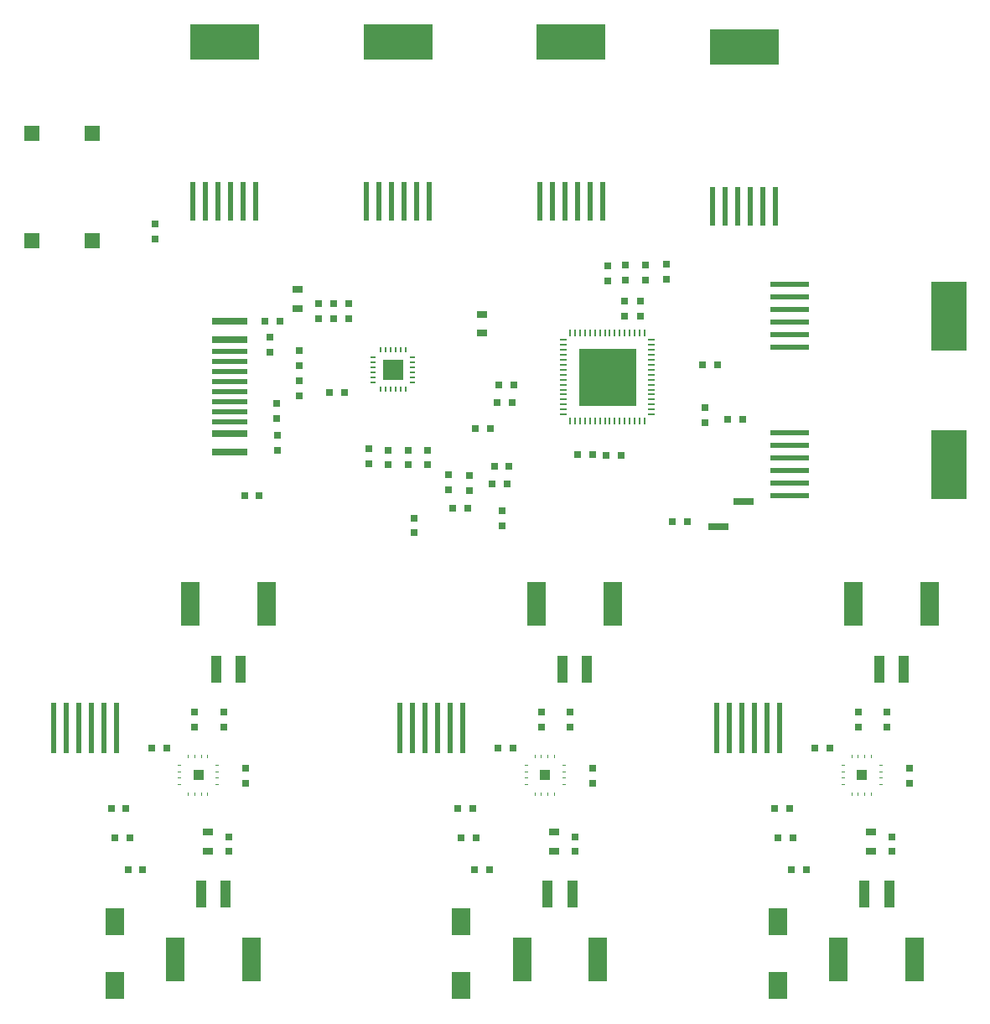
<source format=gtp>
G04 (created by PCBNEW (2013-07-07 BZR 4022)-stable) date 7/17/2014 12:13:15 PM*
%MOIN*%
G04 Gerber Fmt 3.4, Leading zero omitted, Abs format*
%FSLAX34Y34*%
G01*
G70*
G90*
G04 APERTURE LIST*
%ADD10C,0.00590551*%
%ADD11R,0.144882X0.0255118*%
%ADD12R,0.144882X0.0192126*%
%ADD13R,0.00787402X0.0267717*%
%ADD14R,0.0267717X0.00787402*%
%ADD15R,0.225197X0.225197*%
%ADD16R,0.06296X0.06296*%
%ADD17R,0.03152X0.02832*%
%ADD18R,0.07872X0.07872*%
%ADD19O,0.00784X0.0252*%
%ADD20O,0.0252X0.00784*%
%ADD21R,0.02832X0.03152*%
%ADD22R,0.044X0.028*%
%ADD23R,0.0314961X0.0251968*%
%ADD24R,0.08X0.0312*%
%ADD25R,0.15748X0.023937*%
%ADD26R,0.141732X0.277165*%
%ADD27R,0.023937X0.15748*%
%ADD28R,0.277165X0.141732*%
%ADD29R,0.0417323X0.0417323*%
%ADD30R,0.015748X0.000393701*%
%ADD31R,0.000393701X0.015748*%
%ADD32R,0.023937X0.2*%
%ADD33R,0.0724409X0.176378*%
%ADD34R,0.0440945X0.107087*%
%ADD35R,0.0756X0.11024*%
G04 APERTURE END LIST*
G54D10*
G54D11*
X43523Y-33291D03*
X43523Y-34015D03*
G54D12*
X43523Y-34488D03*
X43523Y-34889D03*
X43523Y-35692D03*
X43523Y-37291D03*
X43523Y-36488D03*
G54D11*
X43523Y-38488D03*
X43523Y-37763D03*
G54D12*
X43523Y-36090D03*
X43523Y-36889D03*
X43523Y-35291D03*
G54D13*
X59807Y-37259D03*
X60003Y-37259D03*
X58625Y-37259D03*
X58822Y-37259D03*
X59216Y-37259D03*
X59019Y-37259D03*
X59610Y-37259D03*
X59413Y-37259D03*
X57838Y-37259D03*
X58035Y-37259D03*
X58429Y-37259D03*
X58232Y-37259D03*
X57444Y-37259D03*
X57641Y-37259D03*
X57248Y-37259D03*
X57051Y-37259D03*
G54D14*
X56775Y-36984D03*
X56775Y-36787D03*
X56775Y-36393D03*
X56775Y-36590D03*
X56775Y-35803D03*
X56775Y-35606D03*
X56775Y-36000D03*
X56775Y-36196D03*
X56775Y-34622D03*
X56775Y-34425D03*
X56775Y-35015D03*
X56775Y-34818D03*
X56775Y-35212D03*
X56775Y-35409D03*
X56775Y-34031D03*
X56775Y-34228D03*
G54D13*
X57051Y-33755D03*
X57248Y-33755D03*
X57641Y-33755D03*
X57444Y-33755D03*
X58232Y-33755D03*
X58429Y-33755D03*
X58035Y-33755D03*
X57838Y-33755D03*
X59413Y-33755D03*
X59610Y-33755D03*
X59019Y-33755D03*
X59216Y-33755D03*
X58822Y-33755D03*
X58625Y-33755D03*
X60003Y-33755D03*
X59807Y-33755D03*
G54D14*
X60279Y-34228D03*
X60279Y-34031D03*
X60279Y-35409D03*
X60279Y-35212D03*
X60279Y-34818D03*
X60279Y-35007D03*
X60279Y-34425D03*
X60279Y-34622D03*
X60279Y-36196D03*
X60279Y-36000D03*
X60279Y-35606D03*
X60279Y-35803D03*
X60279Y-36590D03*
X60279Y-36393D03*
X60279Y-36787D03*
X60279Y-36984D03*
G54D15*
X58527Y-35507D03*
G54D16*
X35629Y-25822D03*
X38031Y-25822D03*
X35629Y-30084D03*
X38031Y-30084D03*
G54D17*
X50846Y-41693D03*
X50846Y-41101D03*
X47047Y-32578D03*
X47047Y-33170D03*
X52224Y-39981D03*
X52224Y-39389D03*
G54D18*
X50003Y-35208D03*
G54D19*
X49511Y-35995D03*
X49708Y-35995D03*
X49905Y-35995D03*
X50101Y-35995D03*
X50298Y-35995D03*
X50495Y-35995D03*
G54D20*
X50790Y-35700D03*
X50790Y-35503D03*
X50790Y-35306D03*
X50790Y-35110D03*
X50790Y-34913D03*
X50790Y-34716D03*
G54D19*
X50495Y-34421D03*
X50298Y-34421D03*
X50101Y-34421D03*
X49905Y-34421D03*
X49708Y-34421D03*
X49511Y-34421D03*
G54D20*
X49216Y-34716D03*
X49216Y-34913D03*
X49216Y-35110D03*
X49216Y-35306D03*
X49216Y-35503D03*
X49216Y-35700D03*
G54D21*
X47491Y-36114D03*
X48083Y-36114D03*
G54D22*
X46220Y-32026D03*
X46220Y-32776D03*
G54D17*
X53031Y-40000D03*
X53031Y-39408D03*
X51377Y-38996D03*
X51377Y-38404D03*
X49035Y-38957D03*
X49035Y-38365D03*
X48228Y-32578D03*
X48228Y-33170D03*
X47637Y-32578D03*
X47637Y-33170D03*
X62401Y-36711D03*
X62401Y-37303D03*
X54350Y-41418D03*
X54350Y-40826D03*
G54D21*
X62894Y-35000D03*
X62302Y-35000D03*
G54D17*
X59842Y-32499D03*
X59842Y-33091D03*
X58533Y-31081D03*
X58533Y-31673D03*
X60866Y-31614D03*
X60866Y-31022D03*
X59212Y-32499D03*
X59212Y-33091D03*
G54D21*
X54626Y-39035D03*
X54034Y-39035D03*
X54528Y-39763D03*
X53936Y-39763D03*
X52973Y-40708D03*
X52381Y-40708D03*
X54803Y-35826D03*
X54211Y-35826D03*
X54744Y-36515D03*
X54152Y-36515D03*
X53878Y-37539D03*
X53286Y-37539D03*
G54D17*
X46283Y-35051D03*
X46283Y-34459D03*
X46291Y-35664D03*
X46291Y-36256D03*
X45385Y-37134D03*
X45385Y-36542D03*
X45405Y-37822D03*
X45405Y-38414D03*
G54D21*
X44693Y-40208D03*
X44101Y-40208D03*
X57341Y-38582D03*
X57933Y-38582D03*
X45516Y-33295D03*
X44924Y-33295D03*
G54D17*
X45106Y-34512D03*
X45106Y-33920D03*
G54D21*
X58483Y-38622D03*
X59075Y-38622D03*
G54D17*
X40551Y-30020D03*
X40551Y-29428D03*
G54D23*
X50610Y-38405D03*
X49822Y-38405D03*
X50610Y-38996D03*
X49822Y-38996D03*
X59251Y-31633D03*
X60039Y-31633D03*
X59251Y-31043D03*
X60039Y-31043D03*
G54D21*
X61121Y-41259D03*
X61713Y-41259D03*
G54D22*
X53543Y-33760D03*
X53543Y-33010D03*
G54D21*
X63306Y-37185D03*
X63898Y-37185D03*
G54D24*
X63944Y-40464D03*
X62944Y-41464D03*
G54D25*
X65787Y-37726D03*
X65787Y-38726D03*
X65787Y-39726D03*
X65787Y-39226D03*
X65787Y-40226D03*
X65787Y-38226D03*
G54D26*
X72106Y-38976D03*
G54D25*
X65787Y-31820D03*
X65787Y-32820D03*
X65787Y-33820D03*
X65787Y-33320D03*
X65787Y-34320D03*
X65787Y-32320D03*
G54D26*
X72106Y-33070D03*
G54D27*
X48946Y-28503D03*
X49946Y-28503D03*
X50946Y-28503D03*
X50446Y-28503D03*
X51446Y-28503D03*
X49446Y-28503D03*
G54D28*
X50196Y-22185D03*
G54D27*
X42057Y-28503D03*
X43057Y-28503D03*
X44057Y-28503D03*
X43557Y-28503D03*
X44557Y-28503D03*
X42557Y-28503D03*
G54D28*
X43307Y-22185D03*
G54D27*
X62726Y-28700D03*
X63726Y-28700D03*
X64726Y-28700D03*
X64226Y-28700D03*
X65226Y-28700D03*
X63226Y-28700D03*
G54D28*
X63976Y-22381D03*
G54D27*
X55836Y-28503D03*
X56836Y-28503D03*
X57836Y-28503D03*
X57336Y-28503D03*
X58336Y-28503D03*
X56336Y-28503D03*
G54D28*
X57086Y-22185D03*
G54D21*
X40994Y-50246D03*
X40402Y-50246D03*
X38796Y-52663D03*
X39388Y-52663D03*
X40057Y-55088D03*
X39465Y-55088D03*
G54D17*
X44153Y-51644D03*
X44153Y-51052D03*
G54D21*
X39534Y-53816D03*
X38942Y-53816D03*
G54D17*
X42125Y-49410D03*
X42125Y-48818D03*
X43267Y-49400D03*
X43267Y-48808D03*
X43464Y-54360D03*
X43464Y-53768D03*
G54D29*
X42273Y-51328D03*
G54D30*
X41525Y-50944D03*
X41525Y-51200D03*
X41525Y-51456D03*
X41525Y-51712D03*
G54D31*
X41889Y-52076D03*
X42145Y-52076D03*
X42401Y-52076D03*
X42657Y-52076D03*
G54D30*
X43021Y-51712D03*
X43021Y-51456D03*
X43021Y-51200D03*
X43021Y-50944D03*
G54D31*
X42657Y-50580D03*
X42401Y-50580D03*
X42145Y-50580D03*
X41889Y-50580D03*
G54D32*
X38996Y-49448D03*
X37996Y-49448D03*
X36996Y-49448D03*
X37496Y-49448D03*
X36496Y-49448D03*
X38496Y-49448D03*
G54D22*
X42637Y-53591D03*
X42637Y-54341D03*
G54D33*
X41938Y-44517D03*
G54D34*
X43946Y-47116D03*
X42962Y-47116D03*
G54D33*
X44970Y-44517D03*
X44379Y-58651D03*
G54D34*
X42372Y-56053D03*
X43356Y-56053D03*
G54D33*
X41348Y-58651D03*
G54D35*
X38927Y-57135D03*
X38927Y-59695D03*
G54D21*
X54774Y-50246D03*
X54182Y-50246D03*
X52576Y-52663D03*
X53168Y-52663D03*
X53837Y-55088D03*
X53245Y-55088D03*
G54D17*
X57933Y-51644D03*
X57933Y-51052D03*
G54D21*
X53313Y-53816D03*
X52721Y-53816D03*
G54D17*
X55905Y-49410D03*
X55905Y-48818D03*
X57047Y-49400D03*
X57047Y-48808D03*
X57244Y-54360D03*
X57244Y-53768D03*
G54D29*
X56053Y-51328D03*
G54D30*
X55305Y-50944D03*
X55305Y-51200D03*
X55305Y-51456D03*
X55305Y-51712D03*
G54D31*
X55669Y-52076D03*
X55925Y-52076D03*
X56181Y-52076D03*
X56437Y-52076D03*
G54D30*
X56801Y-51712D03*
X56801Y-51456D03*
X56801Y-51200D03*
X56801Y-50944D03*
G54D31*
X56437Y-50580D03*
X56181Y-50580D03*
X55925Y-50580D03*
X55669Y-50580D03*
G54D32*
X52775Y-49448D03*
X51775Y-49448D03*
X50775Y-49448D03*
X51275Y-49448D03*
X50275Y-49448D03*
X52275Y-49448D03*
G54D22*
X56417Y-53591D03*
X56417Y-54341D03*
G54D33*
X55718Y-44517D03*
G54D34*
X57726Y-47116D03*
X56742Y-47116D03*
G54D33*
X58750Y-44517D03*
X58159Y-58651D03*
G54D34*
X56151Y-56053D03*
X57135Y-56053D03*
G54D33*
X55127Y-58651D03*
G54D35*
X52706Y-57135D03*
X52706Y-59695D03*
G54D21*
X67372Y-50246D03*
X66780Y-50246D03*
X65174Y-52663D03*
X65766Y-52663D03*
X66435Y-55088D03*
X65843Y-55088D03*
G54D17*
X70531Y-51644D03*
X70531Y-51052D03*
G54D21*
X65912Y-53816D03*
X65320Y-53816D03*
G54D17*
X68503Y-49410D03*
X68503Y-48818D03*
X69645Y-49400D03*
X69645Y-48808D03*
X69842Y-54360D03*
X69842Y-53768D03*
G54D29*
X68651Y-51328D03*
G54D30*
X67903Y-50944D03*
X67903Y-51200D03*
X67903Y-51456D03*
X67903Y-51712D03*
G54D31*
X68267Y-52076D03*
X68523Y-52076D03*
X68779Y-52076D03*
X69035Y-52076D03*
G54D30*
X69399Y-51712D03*
X69399Y-51456D03*
X69399Y-51200D03*
X69399Y-50944D03*
G54D31*
X69035Y-50580D03*
X68779Y-50580D03*
X68523Y-50580D03*
X68267Y-50580D03*
G54D32*
X65374Y-49448D03*
X64374Y-49448D03*
X63374Y-49448D03*
X63874Y-49448D03*
X62874Y-49448D03*
X64874Y-49448D03*
G54D22*
X69015Y-53591D03*
X69015Y-54341D03*
G54D33*
X68316Y-44517D03*
G54D34*
X70324Y-47116D03*
X69340Y-47116D03*
G54D33*
X71348Y-44517D03*
X70757Y-58651D03*
G54D34*
X68750Y-56053D03*
X69734Y-56053D03*
G54D33*
X67726Y-58651D03*
G54D35*
X65305Y-57135D03*
X65305Y-59695D03*
M02*

</source>
